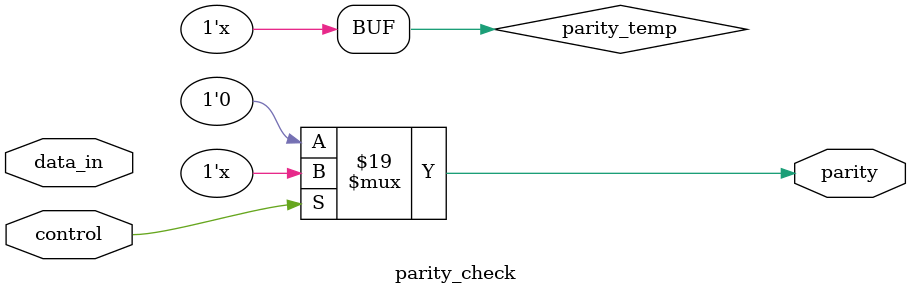
<source format=v>

module parity_check (
  input [7:0] data_in,
  input control,
  output reg parity
);

  integer i;
  reg [7:0] data_temp;
  reg parity_temp;

  always @ (data_in, control) begin
    if (control == 0) begin
      parity <= 0;
    end else begin
      data_temp <= data_in;
      parity_temp <= 0;
      for (i = 0; i < 8; i = i + 1) begin
        parity_temp <= parity_temp ^ data_temp[i];
      end
      parity <= parity_temp;
    end
  end

endmodule
</source>
